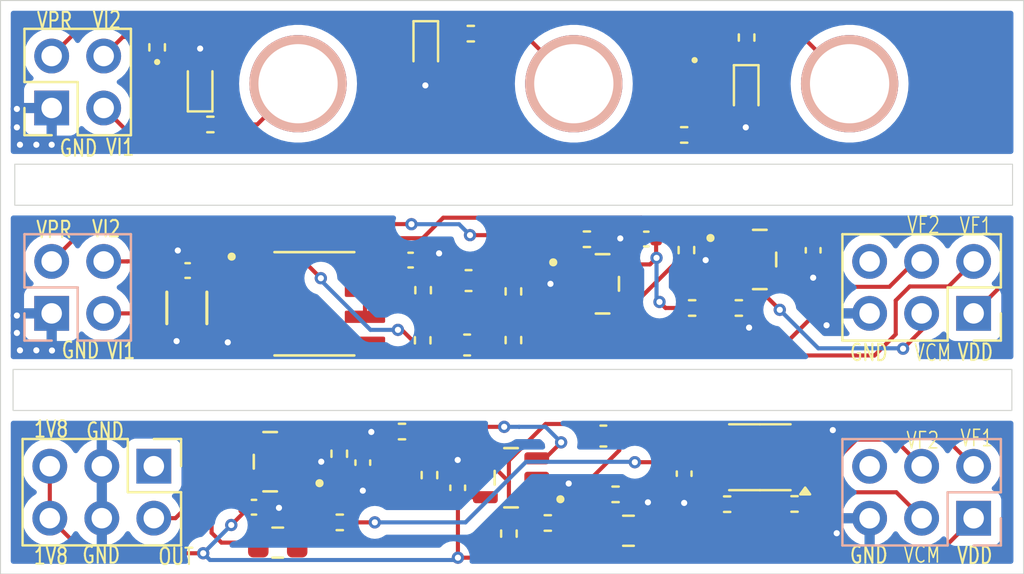
<source format=kicad_pcb>
(kicad_pcb (version 20240108) (generator "pcbnew") (generator_version "8.0")
  (layers (0 "F.Cu" signal) (31 "B.Cu" signal) (34 "B.Paste" user) (35 "F.Paste" user) (36 "B.SilkS" user "B.Silkscreen") (37 "F.SilkS" user "F.Silkscreen") (38 "B.Mask" user) (39 "F.Mask" user) (44 "Edge.Cuts" user))
  (net 0 "")
  (net 1 "GND")
  (net 2 "Net-(U1-IN+)")
  (net 3 "Net-(U3-IN-)")
  (net 4 "Net-(U2-Ref)")
  (net 5 "Net-(C4-Pad1)")
  (net 6 "Net-(D1-K)")
  (net 7 "Net-(D2-K)")
  (net 8 "Net-(L1-Pad2)")
  (net 9 "Net-(L2-Pad1)")
  (net 10 "/Electrode_Board/V_E1")
  (net 11 "/Electrode_Board/V_ER")
  (net 12 "Net-(R6-Pad2)")
  (net 13 "Net-(R13-Pad2)")
  (net 14 "Net-(U5-IN-)")
  (net 15 "Net-(U6-IN-)")
  (net 16 "/Filtering_Board/V_F1")
  (net 17 "/Filtering_Board/V_F2")
  (net 18 "/Processing_Board/V_EMG_OUT")
  (net 19 "Net-(C10-Pad1)")
  (net 20 "/Electrode_Board/V_PR")
  (net 21 "/Electrode_Board/V_I2")
  (net 22 "/Electrode_Board/V_I1")
  (net 23 "/Filtering_Board/V_PR")
  (net 24 "/Filtering_Board/V_I1")
  (net 25 "/Filtering_Board/V_I2")
  (net 26 "/Electrode_Board/V_E2")
  (net 27 "/Processing_Board/LPF_400Hz/V_EMG_INA")
  (net 28 "Net-(R14-Pad2)")
  (net 29 "/Processing_Board/V_CM")
  (net 30 "Net-(U3-IN+)")
  (net 31 "Net-(U6-IN+)")
  (net 33 "+1V8")
  (net 34 "Net-(U8--INA)")
  (net 35 "Net-(U8--INB)")
  (net 36 "/Filtering_Board/V_CM")
  (net 37 "/Processing_Board/V_F1")
  (net 39 "/Processing_Board/V_F2")
  (net 40 "/Filtering_Board/+V_DD")
  (footprint "Connector_PinSocket_2.54mm:PinSocket_2x03_P2.54mm_Vertical" (layer "F.Cu") (at 59.528 27.2946 -90)
    (property "Reference" "J4" (hide yes))
    (property "Value" "Conn_01x06_Socket" (hide yes))
  )
  (footprint "Resistor_SMD:R_0402_1005Metric" (layer "F.Cu") (at 28.54455 34.15515 90)
    (property "Reference" "R23" (hide yes))
    (property "Value" "27k" (hide yes))
  )
  (footprint "Connector_PinHeader_2.54mm:PinHeader_2x03_P2.54mm_Vertical" (layer "F.Cu") (at 19.4874 34.7648 -90)
    (property "Reference" "J7" (hide yes))
    (property "Value" "Conn_01x06_Pin" (hide yes))
  )
  (footprint "Resistor_SMD:R_0402_1005Metric" (layer "F.Cu") (at 47.49 36.62 180)
    (property "Reference" "R14" (hide yes))
    (property "Value" "100" (hide yes))
  )
  (footprint "Capacitor_SMD:C_0603_1608Metric" (layer "F.Cu") (at 34.86 25.69)
    (property "Reference" "C2" (hide yes))
    (property "Value" "470pF" (hide yes))
  )
  (footprint "Capacitor_SMD:C_0402_1005Metric" (layer "F.Cu") (at 21.14 25.2)
    (property "Reference" "C12" (hide yes))
    (property "Value" "0.1uF" (hide yes))
  )
  (footprint "LPV821DBVR:SOT95P280X145-5N" (layer "F.Cu") (at 36.935 35.33 180)
    (property "Reference" "U3" (hide yes))
    (property "Value" "LPV821DBVR" (hide yes))
  )
  (footprint "Resistor_SMD:R_0402_1005Metric" (layer "F.Cu") (at 42.04 36.14)
    (property "Reference" "R10" (hide yes))
    (property "Value" "150k" (hide yes))
  )
  (footprint "TPD2E001DRLR_footprints:DRL5-L" (layer "F.Cu") (at 21.100001 27.025699 -90)
    (property "Reference" "U7" (hide yes))
    (property "Value" "TPD2E001DRLR" (hide yes))
  )
  (footprint "Capacitor_SMD:C_0402_1005Metric" (layer "F.Cu") (at 34.33 35.82 90)
    (property "Reference" "C24" (hide yes))
    (property "Value" "0.1uF" (hide yes))
  )
  (footprint "Capacitor_SMD:C_0402_1005Metric" (layer "F.Cu") (at 43.54 23.66 180)
    (property "Reference" "C21" (hide yes))
    (property "Value" "0.1uF" (hide yes))
  )
  (footprint "Resistor_SMD:R_0402_1005Metric" (layer "F.Cu") (at 31.61 33.07 180)
    (property "Reference" "R34" (hide yes))
    (property "Value" "10k" (hide yes))
  )
  (footprint "Resistor_SMD:R_0402_1005Metric" (layer "F.Cu") (at 37.05 26.22 90)
    (property "Reference" "R9" (hide yes))
    (property "Value" "10M" (hide yes))
  )
  (footprint "Library:Electrode_Shape" (layer "F.Cu") (at 26.5316 16.0672)
    (property "Reference" "E3" (hide yes))
    (property "Value" "E" (hide yes))
  )
  (footprint "Resistor_SMD:R_0402_1005Metric" (layer "F.Cu") (at 45.39 18.57 180)
    (property "Reference" "R3" (hide yes))
    (property "Value" "2.2k" (hide yes))
  )
  (footprint "Resistor_SMD:R_0402_1005Metric" (layer "F.Cu") (at 40.64 23.67 180)
    (property "Reference" "R16" (hide yes))
    (property "Value" "12k" (hide yes))
  )
  (footprint "Capacitor_SMD:C_0402_1005Metric" (layer "F.Cu") (at 51.69 24.21 -90)
    (property "Reference" "C22" (hide yes))
    (property "Value" "0.1uF" (hide yes))
  )
  (footprint "BLM15AX102SN1D_footprints:IND_BLM15_1P05X0P55X0P55_MUR" (layer "F.Cu") (at 45.9 16.6293 -90)
    (property "Reference" "L1" (hide yes))
    (property "Value" "L_Ferrite" (hide yes))
  )
  (footprint "Capacitor_SMD:C_0603_1608Metric" (layer "F.Cu") (at 41.445 33.29 180)
    (property "Reference" "C3" (hide yes))
    (property "Value" "6.8nF" (hide yes))
  )
  (footprint "Resistor_SMD:R_0402_1005Metric" (layer "F.Cu") (at 38.73 37.54 180)
    (property "Reference" "R11" (hide yes))
    (property "Value" "150k" (hide yes))
  )
  (footprint "Diode_SMD:D_SOD-523" (layer "F.Cu") (at 21.75 16.16 90)
    (property "Reference" "D2" (hide yes))
    (property "Value" "D_Zener" (hide yes))
  )
  (footprint "Package_SO:VSSOP-8_3x3mm_P0.65mm" (layer "F.Cu") (at 49.0875 34.325 180)
    (property "Reference" "U2" (hide yes))
    (property "Value" "INA333xxDGK" (hide yes))
  )
  (footprint "LPV821DBVR:SOT95P280X145-5N" (layer "F.Cu") (at 49.085 24.66)
    (property "Reference" "U5" (hide yes))
    (property "Value" "LPV821DBVR" (hide yes))
  )
  (footprint "LPV821DBVR:SOT95P280X145-5N" (layer "F.Cu") (at 41.405 25.85)
    (property "Reference" "U6" (hide yes))
    (property "Value" "LPV821DBVR" (hide yes))
  )
  (footprint "Resistor_SMD:R_0402_1005Metric" (layer "F.Cu") (at 45.5 24.2 -90)
    (property "Reference" "R15" (hide yes))
    (property "Value" "12k" (hide yes))
  )
  (footprint "Capacitor_SMD:C_0805_2012Metric" (layer "F.Cu") (at 25.54 38.5 180)
    (property "Reference" "C10" (hide yes))
    (property "Value" "22nF" (hide yes))
  )
  (footprint "Resistor_SMD:R_0402_1005Metric" (layer "F.Cu") (at 19.65 14.29 90)
    (property "Reference" "R4" (hide yes))
    (property "Value" "2.2k" (hide yes))
  )
  (footprint "Resistor_SMD:R_0402_1005Metric" (layer "F.Cu") (at 37.05 28.6 90)
    (property "Reference" "R8" (hide yes))
    (property "Value" "10M" (hide yes))
  )
  (footprint "Resistor_SMD:R_0402_1005Metric" (layer "F.Cu") (at 45.78 27.03)
    (property "Reference" "R31" (hide yes))
    (property "Value" "10k" (hide yes))
  )
  (footprint "Capacitor_SMD:C_0402_1005Metric" (layer "F.Cu") (at 24.38 36.77)
    (property "Reference" "C23" (hide yes))
    (property "Value" "0.1uF" (hide yes))
  )
  (footprint "Resistor_SMD:R_0402_1005Metric" (layer "F.Cu") (at 32.62 28.61 90)
    (property "Reference" "R6" (hide yes))
    (property "Value" "10M" (hide yes))
  )
  (footprint "Resistor_SMD:R_0402_1005Metric" (layer "F.Cu") (at 48.06 27.03)
    (property "Reference" "R32" (hide yes))
    (property "Value" "10k" (hide yes))
  )
  (footprint "Library:Electrode_Shape" (layer "F.Cu") (at 40.0004 16.0672)
    (property "Reference" "E2" (hide yes))
    (property "Value" "ER" (hide yes))
  )
  (footprint "Capacitor_SMD:C_0402_1005Metric" (layer "F.Cu") (at 32.03 24.69 180)
    (property "Reference" "C20" (hide yes))
    (property "Value" "0.1uF" (hide yes))
  )
  (footprint "Diode_SMD:D_SOD-523" (layer "F.Cu") (at 32.77 14.27 -90)
    (property "Reference" "D3" (hide yes))
    (property "Value" "D_Zener" (hide yes))
  )
  (footprint "TLV8542DR:SOIC127P599X175-8N" (layer "F.Cu") (at 27.33 26.825)
    (property "Reference" "U8" (hide yes))
    (property "Value" "TLV8542DR" (hide yes))
  )
  (footprint "BLM15AX102SN1D_footprints:IND_BLM15_1P05X0P55X0P55_MUR" (layer "F.Cu") (at 19.65 16.7207 -90)
    (property "Reference" "L2" (hide yes))
    (property "Value" "L_Ferrite" (hide yes))
  )
  (footprint "LPV821DBVR:SOT95P280X145-5N" (layer "F.Cu") (at 25.17015 34.54515 180)
    (property "Reference" "U1" (hide yes))
    (property "Value" "LPV821DBVR" (hide yes))
  )
  (footprint "Diode_SMD:D_SOD-523" (layer "F.Cu") (at 48.42 16.42 -90)
    (property "Reference" "D1" (hide yes))
    (property "Value" "D_Zener" (hide yes))
  )
  (footprint "Capacitor_SMD:C_0402_1005Metric" (layer "F.Cu") (at 29.69455 34.59 90)
    (property "Reference" "C9" (hide yes))
    (property "Value" "10nF" (hide yes))
  )
  (footprint "Capacitor_SMD:C_0805_2012Metric" (layer "F.Cu") (at 42.67 37.92)
    (property "Reference" "C4" (hide yes))
    (property "Value" "33nF" (hide yes))
  )
  (footprint "Capacitor_SMD:C_0402_1005Metric" (layer "F.Cu") (at 45.39 35.13 -90)
    (property "Reference" "C25" (hide yes))
    (property "Value" "0.1uF" (hide yes))
  )
  (footprint "Resistor_SMD:R_0402_1005Metric" (layer "F.Cu") (at 34.97 13.62 180)
    (property "Reference" "R5" (hide yes))
    (property "Value" "330R" (hide yes))
  )
  (footprint "Resistor_SMD:R_0402_1005Metric" (layer "F.Cu") (at 50.78 36.61)
    (property "Reference" "R13" (hide yes))
    (property "Value" "100" (hide yes))
  )
  (footprint "Resistor_SMD:R_0402_1005Metric" (layer "F.Cu") (at 32.95 35.2 90)
    (property "Reference" "R33" (hide yes))
    (property "Value" "10k" (hide yes))
  )
  (footprint "Library:Electrode_Shape" (layer "F.Cu") (at 53.4692 16.0672)
    (property "Reference" "E1" (hide yes))
    (property "Value" "E" (hide yes))
  )
  (footprint "Connector_PinSocket_2.54mm:PinSocket_2x02_P2.54mm_Vertical" (layer "F.Cu") (at 14.4988 17.255 180)
    (property "Reference" "J1" (hide yes))
    (property "Value" "Conn_01x04_Socket" (hide yes))
  )
  (footprint "Resistor_SMD:R_0402_1005Metric" (layer "F.Cu") (at 28.57 37.51 180)
    (property "Reference" "R22" (hide yes))
    (property "Value" "27k" (hide yes))
  )
  (footprint "Resistor_SMD:R_0402_1005Metric" (layer "F.Cu") (at 32.64 26.16 90)
    (property "Reference" "R7" (hide yes))
    (property "Value" "10M" (hide yes))
  )
  (footprint "Resistor_SMD:R_0402_1005Metric" (layer "F.Cu") (at 48.44 13.81 -90)
    (property "Reference" "R1" (hide yes))
    (property "Value" "10k" (hide yes))
  )
  (footprint "Resistor_SMD:R_0402_1005Metric" (layer "F.Cu") (at 36.83 38.06 -90)
    (property "Reference" "R12" (hide yes))
    (property "Value" "150k" (hide yes))
  )
  (footprint "Resistor_SMD:R_0402_1005Metric" (layer "F.Cu") (at 22.25 18.06 180)
    (property "Reference" "R2" (hide yes))
    (property "Value" "10k" (hide yes))
  )
  (footprint "Capacitor_SMD:C_0603_1608Metric" (layer "F.Cu") (at 34.79 28.84)
    (property "Reference" "C1" (hide yes))
    (property "Value" "470pF" (hide yes))
  )
  (footprint "Connector_PinHeader_2.54mm:PinHeader_2x03_P2.54mm_Vertical" (layer "B.Cu") (at 59.528 37.3094 90)
    (property "Reference" "J3" (hide yes))
    (property "Value" "Conn_01x06_Pin" (hide yes))
  )
  (footprint "Connector_PinHeader_2.54mm:PinHeader_2x02_P2.54mm_Vertical" (layer "B.Cu") (at 14.4988 27.2946)
    (property "Reference" "J2" (hide yes))
    (property "Value" "Conn_01x04_Pin" (hide yes))
  )
  (gr_rect (start 12 12) (end 61.9714 40.0366) (stroke (width 0.05)) (fill none) (layer "Edge.Cuts"))
  (gr_rect (start 12.6132 30.034) (end 61.3948 32.0406) (stroke (width 0.05)) (fill none) (layer "Edge.Cuts"))
  (gr_rect (start 12.6962 20.001) (end 61.4278 22.0076) (stroke (width 0.05)) (fill none) (layer "Edge.Cuts"))
  (gr_text "VDD" (at 58.66 39.6 0) (layer "F.SilkS") (effects (font (size 0.8 0.6) (thickness 0.1)) (justify left bottom)))
  (gr_text "VI1" (at 17.09 19.65 0) (layer "F.SilkS") (effects (font (size 0.8 0.6) (thickness 0.1)) (justify left bottom)))
  (gr_text "VF2" (at 56.19 33.97 0) (layer "F.SilkS") (effects (font (size 0.8 0.6) (thickness 0.075)) (justify left bottom)))
  (gr_text "VPR" (at 13.69 23.67 0) (layer "F.SilkS") (effects (font (size 0.8 0.6) (thickness 0.1)) (justify left bottom)))
  (gr_text "VI2" (at 16.44 13.42 0) (layer "F.SilkS") (effects (font (size 0.8 0.6) (thickness 0.1)) (justify left bottom)))
  (gr_text "VI2" (at 16.41 23.63 0) (layer "F.SilkS") (effects (font (size 0.8 0.6) (thickness 0.1)) (justify left bottom)))
  (gr_text "VDD" (at 58.69 29.67 0) (layer "F.SilkS") (effects (font (size 0.8 0.6) (thickness 0.1)) (justify left bottom)))
  (gr_text "1V8" (at 13.57 39.63 0) (layer "F.SilkS") (effects (font (size 0.8 0.6) (thickness 0.1)) (justify left bottom)))
  (gr_text "GND" (at 15.94 39.58 0) (layer "F.SilkS") (effects (font (size 0.8 0.6) (thickness 0.1)) (justify left bottom)))
  (gr_text "VCM" (at 56.05 39.55 0) (layer "F.SilkS") (effects (font (size 0.8 0.6) (thickness 0.075)) (justify left bottom)))
  (gr_text "GND" (at 14.83 19.69 0) (layer "F.SilkS") (effects (font (size 0.8 0.6) (thickness 0.1)) (justify left bottom)))
  (gr_text "VI1" (at 17.14 29.58 0) (layer "F.SilkS") (effects (font (size 0.8 0.6) (thickness 0.1)) (justify left bottom)))
  (gr_text "VF2" (at 56.23 23.44 0) (layer "F.SilkS") (effects (font (size 0.8 0.6) (thickness 0.075)) (justify left bottom)))
  (gr_text "GND" (at 14.93 29.56 0) (layer "F.SilkS") (effects (font (size 0.8 0.6) (thickness 0.1)) (justify left bottom)))
  (gr_text "GND" (at 16.13 33.52 0) (layer "F.SilkS") (effects (font (size 0.8 0.6) (thickness 0.1)) (justify left bottom)))
  (gr_text "VF1" (at 58.79 23.49 0) (layer "F.SilkS") (effects (font (size 0.8 0.6) (thickness 0.075)) (justify left bottom)))
  (gr_text "VPR" (at 13.72 13.46 0) (layer "F.SilkS") (effects (font (size 0.8 0.6) (thickness 0.1)) (justify left bottom)))
  (gr_text "OUT" (at 19.65 39.65 0) (layer "F.SilkS") (effects (font (size 0.8 0.6) (thickness 0.1)) (justify left bottom)))
  (gr_text "GND" (at 53.43 29.68 0) (layer "F.SilkS") (effects (font (size 0.8 0.6) (thickness 0.1)) (justify left bottom)))
  (gr_text "GND" (at 53.43 39.58 0) (layer "F.SilkS") (effects (font (size 0.8 0.6) (thickness 0.1)) (justify left bottom)))
  (gr_text "VF1" (at 58.83 33.86 0) (layer "F.SilkS") (effects (font (size 0.8 0.6) (thickness 0.075)) (justify left bottom)))
  (gr_text "1V8" (at 13.58 33.42 0) (layer "F.SilkS") (effects (font (size 0.8 0.6) (thickness 0.1)) (justify left bottom)))
  (gr_text "VCM" (at 56.58 29.69 0) (layer "F.SilkS") (effects (font (size 0.8 0.6) (thickness 0.075)) (justify left bottom)))
  (segment (start 20.6 28.65) (end 20.6 28.15) (width 0.2) (layer "F.Cu") (net 1))
  (segment (start 53.0958 37.3094) (end 54.448 37.3094) (width 0.2) (layer "F.Cu") (net 1))
  (segment (start 52.3448 27.875) (end 52.3448 27.8242) (width 0.2) (layer "F.Cu") (net 1))
  (segment (start 32.75 14.99) (end 32.75 16.15) (width 0.2) (layer "F.Cu") (net 1))
  (segment (start 48.42 18.18) (end 48.4 18.2) (width 0.2) (layer "F.Cu") (net 1))
  (segment (start 16.9474 34.887) (end 17.0038 34.8306) (width 0.2) (layer "F.Cu") (net 1))
  (segment (start 47.83 24.66) (end 46.47 24.66) (width 0.2) (layer "F.Cu") (net 1))
  (segment (start 40.15 25.85) (end 38.86 25.85) (width 0.2) (layer "F.Cu") (net 1))
  (segment (start 33.09 24.69) (end 32.51 24.69) (width 0.2) (layer "F.Cu") (net 1))
  (segment (start 52.84 38.04) (end 52.84 37.5652) (width 0.2) (layer "F.Cu") (net 1))
  (segment (start 33.42 24.36) (end 33.09 24.69) (width 0.2) (layer "F.Cu") (net 1))
  (segment (start 42.27 23.63) (end 42.3 23.66) (width 0.2) (layer "F.Cu") (net 1))
  (segment (start 45.39 36.56) (end 45.39 35.61) (width 0.2) (layer "F.Cu") (net 1))
  (segment (start 48.56 27.24) (end 48.56 27.99) (width 0.2) (layer "F.Cu") (net 1))
  (segment (start 52.8744 27.2946) (end 54.448 27.2946) (width 0.2) (layer "F.Cu") (net 1))
  (segment (start 24.61 36.78) (end 25.58 36.78) (width 0.2) (layer "F.Cu") (net 1))
  (segment (start 26.42515 34.54515) (end 27.66455 34.54515) (width 0.2) (layer "F.Cu") (net 1))
  (segment (start 52.3448 27.8242) (end 52.8744 27.2946) (width 0.2) (layer "F.Cu") (net 1))
  (segment (start 29.69455 35.96) (end 29.69455 35.07) (width 0.2) (layer "F.Cu") (net 1))
  (segment (start 14.5136 27.3094) (end 14.4988 27.2946) (width 0.2) (layer "F.Cu") (net 1))
  (segment (start 31.1 33.07) (end 30.13 33.07) (width 0.2) (layer "F.Cu") (net 1))
  (segment (start 14.4988 19.05) (end 14.4988 17.255) (width 0.2) (layer "F.Cu") (net 1))
  (segment (start 16.9474 37.3048) (end 16.9474 34.7648) (width 0.2) (layer "F.Cu") (net 1))
  (segment (start 32.77 14.97) (end 32.75 14.99) (width 0.2) (layer "F.Cu") (net 1))
  (segment (start 51.2 33.35) (end 52.3 33.35) (width 0.2) (layer "F.Cu") (net 1))
  (segment (start 52.3 33.35) (end 52.65 33) (width 0.2) (layer "F.Cu") (net 1))
  (segment (start 25.58 36.78) (end 25.6 36.8) (width 0.2) (layer "F.Cu") (net 1))
  (segment (start 14.5136 29.109) (end 14.5136 27.3094) (width 0.2) (layer "F.Cu") (net 1))
  (segment (start 21.75 15.46) (end 21.75 14.35) (width 0.2) (layer "F.Cu") (net 1))
  (segment (start 46.47 24.66) (end 46.44 24.69) (width 0.2) (layer "F.Cu") (net 1))
  (segment (start 16.9372 37.315) (end 16.9474 37.3048) (width 0.2) (layer "F.Cu") (net 1))
  (segment (start 20.6 28.15) (end 20.600002 28.149998) (width 0.2) (layer "F.Cu") (net 1))
  (segment (start 34.33 34.46) (end 34.33 35.34) (width 0.2) (layer "F.Cu") (net 1))
  (segment (start 52.84 37.5652) (end 53.0958 37.3094) (width 0.2) (layer "F.Cu") (net 1))
  (segment (start 20.600002 28.149998) (end 20.600002 27.85) (width 0.2) (layer "F.Cu") (net 1))
  (segment (start 39.47 35.33) (end 38.19 35.33) (width 0.2) (layer "F.Cu") (net 1))
  (segment (start 20.66 24.22) (end 20.66 25.2) (width 0.2) (layer "F.Cu") (net 1))
  (segment (start 48.4 17.1) (end 48.42 17.12) (width 0.2) (layer "F.Cu") (net 1))
  (segment (start 42.3 23.66) (end 43.06 23.66) (width 0.2) (layer "F.Cu") (net 1))
  (segment (start 43.62 36.53) (end 43.62 37.92) (width 0.2) (layer "F.Cu") (net 1))
  (segment (start 51.69 25.55) (end 51.69 24.69) (width 0.2) (layer "F.Cu") (net 1))
  (segment (start 30.13 33.07) (end 30.11 33.09) (width 0.2) (layer "F.Cu") (net 1))
  (segment (start 24.84 28.71) (end 24.86 28.73) (width 0.2) (layer "F.Cu") (net 1))
  (segment (start 23.1 28.71) (end 24.84 28.71) (width 0.2) (layer "F.Cu") (net 1))
  (segment (start 39.750735 35.610735) (end 39.47 35.33) (width 0.2) (layer "F.Cu") (net 1))
  (segment (start 48.42 17.12) (end 48.42 18.18) (width 0.2) (layer "F.Cu") (net 1))
  (via (at 32.75 16.15) (size 0.6) (drill 0.3) (layers "F.Cu" "B.Cu") (net 1))
  (via (at 21.75 14.35) (size 0.6) (drill 0.3) (layers "F.Cu" "B.Cu") (net 1))
  (via (at 33.42 24.36) (size 0.6) (drill 0.3) (layers "F.Cu" "B.Cu") (net 1))
  (via (at 27.66455 34.54515) (size 0.6) (drill 0.3) (layers "F.Cu" "B.Cu") (net 1))
  (via (at 12.8 28.25) (size 0.6) (drill 0.3) (layers "F.Cu" "B.Cu") (net 1))
  (via (at 14.4988 19.05) (size 0.6) (drill 0.3) (layers "F.Cu" "B.Cu") (net 1))
  (via (at 46.44 24.69) (size 0.6) (drill 0.3) (layers "F.Cu" "B.Cu") (net 1))
  (via (at 12.8 17.3) (size 0.6) (drill 0.3) (layers "F.Cu" "B.Cu") (net 1))
  (via (at 12.8 27.4) (size 0.6) (drill 0.3) (layers "F.Cu" "B.Cu") (net 1))
  (via (at 38.86 25.85) (size 0.6) (drill 0.3) (layers "F.Cu" "B.Cu") (net 1))
  (via (at 52.65 33) (size 0.6) (drill 0.3) (layers "F.Cu" "B.Cu") (net 1))
  (via (at 12.95 29.1) (size 0.6) (drill 0.3) (layers "F.Cu" "B.Cu") (net 1))
  (via (at 52.3448 27.875) (size 0.6) (drill 0.3) (layers "F.Cu" "B.Cu") (net 1))
  (via (at 45.39 36.56) (size 0.6) (drill 0.3) (layers "F.Cu" "B.Cu") (net 1))
  (via (at 51.69 25.55) (size 0.6) (drill 0.3) (layers "F.Cu" "B.Cu") (net 1))
  (via (at 42.27 23.63) (size 0.6) (drill 0.3) (layers "F.Cu" "B.Cu") (net 1))
  (via (at 48.4 18.2) (size 0.6) (drill 0.3) (layers "F.Cu" "B.Cu") (net 1))
  (via (at 25.6 36.8) (size 0.6) (drill 0.3) (layers "F.Cu" "B.Cu") (net 1))
  (via (at 43.62 36.53) (size 0.6) (drill 0.3) (layers "F.Cu" "B.Cu") (net 1))
  (via (at 20.6 28.65) (size 0.6) (drill 0.3) (layers "F.Cu" "B.Cu") (net 1))
  (via (at 52.84 38.04) (size 0.6) (drill 0.3) (layers "F.Cu" "B.Cu") (net 1))
  (via (at 30.11 33.09) (size 0.6) (drill 0.3) (layers "F.Cu" "B.Cu") (net 1))
  (via (at 13.75 19.05) (size 0.6) (drill 0.3) (layers "F.Cu" "B.Cu") (net 1))
  (via (at 48.56 27.99) (size 0.6) (drill 0.3) (layers "F.Cu" "B.Cu") (net 1))
  (via (at 13.75 29.1) (size 0.6) (drill 0.3) (layers "F.Cu" "B.Cu") (net 1))
  (via (at 14.5136 29.109) (size 0.6) (drill 0.3) (layers "F.Cu" "B.Cu") (net 1))
  (via (at 39.750735 35.610735) (size 0.6) (drill 0.3) (layers "F.Cu" "B.Cu") (net 1))
  (via (at 12.8 18.2) (size 0.6) (drill 0.3) (layers "F.Cu" "B.Cu") (net 1))
  (via (at 20.66 24.22) (size 0.6) (drill 0.3) (layers "F.Cu" "B.Cu") (net 1))
  (via (at 34.33 34.46) (size 0.6) (drill 0.3) (layers "F.Cu" "B.Cu") (net 1))
  (via (at 12.95 19.05) (size 0.6) (drill 0.3) (layers "F.Cu" "B.Cu") (net 1))
  (via (at 29.69455 35.96) (size 0.6) (drill 0.3) (layers "F.Cu" "B.Cu") (net 1))
  (via (at 23.1 28.71) (size 0.6) (drill 0.3) (layers "F.Cu" "B.Cu") (net 1))
  (segment (start 29.69455 34.11) (end 29.2497 33.66515) (width 0.2) (layer "F.Cu") (net 2))
  (segment (start 29.2497 33.66515) (end 28.56455 33.66515) (width 0.2) (layer "F.Cu") (net 2))
  (segment (start 28.49455 33.59515) (end 26.42515 33.59515) (width 0.2) (layer "F.Cu") (net 2))
  (segment (start 28.54455 33.64515) (end 28.49455 33.59515) (width 0.2) (layer "F.Cu") (net 2))
  (segment (start 38.62 32.7) (end 40.08 32.7) (width 0.2) (layer "F.Cu") (net 3))
  (segment (start 36.83 35.53) (end 35.68 34.38) (width 0.2) (layer "F.Cu") (net 3))
  (segment (start 40.08 32.7) (end 40.67 33.29) (width 0.2) (layer "F.Cu") (net 3))
  (segment (start 36.83 34.49) (end 38.62 32.7) (width 0.2) (layer "F.Cu") (net 3))
  (segment (start 36.83 35.53) (end 36.83 34.49) (width 0.2) (layer "F.Cu") (net 3))
  (segment (start 36.83 37.55) (end 36.83 35.53) (width 0.2) (layer "F.Cu") (net 3))
  (segment (start 38.22 36.31) (end 38.22 37.54) (width 0.2) (layer "F.Cu") (net 4))
  (segment (start 42.22 33.29) (end 42.22 33.99) (width 0.2) (layer "F.Cu") (net 4))
  (segment (start 47.275 33.29) (end 47.335 33.35) (width 0.2) (layer "F.Cu") (net 4))
  (segment (start 42.22 33.99) (end 39.93 36.28) (width 0.2) (layer "F.Cu") (net 4))
  (segment (start 42.22 33.29) (end 46.915 33.29) (width 0.2) (layer "F.Cu") (net 4))
  (segment (start 39.93 36.28) (end 38.19 36.28) (width 0.2) (layer "F.Cu") (net 4))
  (segment (start 46.915 33.29) (end 46.975 33.35) (width 0.2) (layer "F.Cu") (net 4))
  (segment (start 38.19 36.28) (end 38.22 36.31) (width 0.2) (layer "F.Cu") (net 4))
  (segment (start 39.83 38.57) (end 40.32 38.08) (width 0.2) (layer "F.Cu") (net 5))
  (segment (start 36.83 38.57) (end 39.83 38.57) (width 0.2) (layer "F.Cu") (net 5))
  (segment (start 40.32 37.04) (end 41.22 36.14) (width 0.2) (layer "F.Cu") (net 5))
  (segment (start 41.34 37.54) (end 41.72 37.92) (width 0.2) (layer "F.Cu") (net 5))
  (segment (start 39.24 37.54) (end 41.34 37.54) (width 0.2) (layer "F.Cu") (net 5))
  (segment (start 41.22 36.14) (end 41.53 36.14) (width 0.2) (layer "F.Cu") (net 5))
  (segment (start 40.32 38.08) (end 40.32 37.04) (width 0.2) (layer "F.Cu") (net 5))
  (segment (start 48.42 15.72) (end 48.42 14.34) (width 0.2) (layer "F.Cu") (net 6))
  (segment (start 48.42 15.72) (end 47.28 15.72) (width 0.2) (layer "F.Cu") (net 6))
  (segment (start 46.8914 16.1086) (end 45.9 16.1086) (width 0.2) (layer "F.Cu") (net 6))
  (segment (start 47.28 15.72) (end 46.8914 16.1086) (width 0.2) (layer "F.Cu") (net 6))
  (segment (start 48.42 14.34) (end 48.44 14.32) (width 0.2) (layer "F.Cu") (net 6))
  (segment (start 21.74 18.05) (end 21.75 18.04) (width 0.2) (layer "F.Cu") (net 7))
  (segment (start 21.75 18.04) (end 21.75 16.86) (width 0.2) (layer "F.Cu") (net 7))
  (segment (start 20.94 16.86) (end 20.55 17.25) (width 0.2) (layer "F.Cu") (net 7))
  (segment (start 21.75 16.86) (end 20.94 16.86) (width 0.2) (layer "F.Cu") (net 7))
  (segment (start 19.6586 17.25) (end 19.65 17.2414) (width 0.2) (layer "F.Cu") (net 7))
  (segment (start 20.55 17.25) (end 19.6586 17.25) (width 0.2) (layer "F.Cu") (net 7))
  (segment (start 45.9 18.53) (end 45.92 18.55) (width 0.2) (layer "F.Cu") (net 8))
  (segment (start 45.9 17.15) (end 45.9 18.53) (width 0.2) (layer "F.Cu") (net 8))
  (segment (start 19.65 16.2) (end 19.65 14.8) (width 0.2) (layer "F.Cu") (net 9))
  (segment (start 53.4692 16.0672) (end 50.702 13.3) (width 0.2) (layer "F.Cu") (net 10))
  (segment (start 50.702 13.3) (end 48.48 13.3) (width 0.2) (layer "F.Cu") (net 10))
  (segment (start 48.48 13.3) (end 48.45 13.33) (width 0.2) (layer "F.Cu") (net 10))
  (segment (start 37.5532 13.62) (end 35.43 13.62) (width 0.2) (layer "F.Cu") (net 11))
  (segment (start 35.43 13.62) (end 35.41 13.6) (width 0.2) (layer "F.Cu") (net 11))
  (segment (start 40.0004 16.0672) (end 37.5532 13.62) (width 0.2) (layer "F.Cu") (net 11))
  (segment (start 40.2512 16.318) (end 40.0004 16.0672) (width 0.2) (layer "F.Cu") (net 11))
  (segment (start 37.05 28.09) (end 37.05 26.73) (width 0.2) (layer "F.Cu") (net 12))
  (segment (start 32.63 27.98) (end 32.63 26.68) (width 0.2) (layer "F.Cu") (net 12))
  (segment (start 32.63 27.37) (end 37.04 27.37) (width 0.2) (layer "F.Cu") (net 12))
  (segment (start 32.63 26.68) (end 32.64 26.67) (width 0.2) (layer "F.Cu") (net 12))
  (segment (start 51.29 35.39) (end 51.29 36.61) (width 0.2) (layer "F.Cu") (net 13))
  (segment (start 51.2 35.3) (end 51.29 35.39) (width 0.2) (layer "F.Cu") (net 13))
  (segment (start 51.56 35.3) (end 51.65 35.39) (width 0.2) (layer "F.Cu") (net 13))
  (segment (start 48.44 23.71) (end 50.34 25.61) (width 0.2) (layer "F.Cu") (net 14))
  (segment (start 47.83 23.71) (end 48.44 23.71) (width 0.2) (layer "F.Cu") (net 14))
  (segment (start 45.52 23.71) (end 47.83 23.71) (width 0.2) (layer "F.Cu") (net 14))
  (segment (start 45.5 23.69) (end 45.52 23.71) (width 0.2) (layer "F.Cu") (net 14))
  (segment (start 41.43 23.95) (end 41.15 23.67) (width 0.2) (layer "F.Cu") (net 15))
  (segment (start 42.99 26.8) (end 45.08 24.71) (width 0.2) (layer "F.Cu") (net 15))
  (segment (start 41.43 26.3) (end 41.43 23.95) (width 0.2) (layer "F.Cu") (net 15))
  (segment (start 45.5 24.71) (end 45.4 24.71) (width 0.2) (layer "F.Cu") (net 15))
  (segment (start 41.93 26.8) (end 41.43 26.3) (width 0.2) (layer "F.Cu") (net 15))
  (segment (start 42.66 26.8) (end 42.99 26.8) (width 0.2) (layer "F.Cu") (net 15))
  (segment (start 42.66 26.8) (end 41.93 26.8) (width 0.2) (layer "F.Cu") (net 15))
  (segment (start 45.08 24.71) (end 45.5 24.71) (width 0.2) (layer "F.Cu") (net 15))
  (segment (start 54.6892 29.3508) (end 55.723 28.317) (width 0.2) (layer "F.Cu") (net 16))
  (segment (start 37.2908 29.3508) (end 54.6892 29.3508) (width 0.2) (layer "F.Cu") (net 16))
  (segment (start 55.723 28.317) (end 55.723 26.6627) (width 0.2) (layer "F.Cu") (net 16))
  (segment (start 36.73 28.79) (end 37.05 29.11) (width 0.2) (layer "F.Cu") (net 16))
  (segment (start 55.723 26.6627) (end 56.4069 25.9788) (width 0.2) (layer "F.Cu") (net 16))
  (segment (start 35.47 28.79) (end 36.73 28.79) (width 0.2) (layer "F.Cu") (net 16))
  (segment (start 58.3038 25.9788) (end 59.528 24.7546) (width 0.2) (layer "F.Cu") (net 16))
  (segment (start 56.4069 25.9788) (end 58.3038 25.9788) (width 0.2) (layer "F.Cu") (net 16))
  (segment (start 37.05 29.11) (end 37.2908 29.3508) (width 0.2) (layer "F.Cu") (net 16))
  (segment (start 37.03 25.69) (end 37.05 25.71) (width 0.2) (layer "F.Cu") (net 17))
  (segment (start 37.05 25.71) (end 38 26.66) (width 0.2) (layer "F.Cu") (net 17))
  (segment (start 50.37 28.74) (end 53.1146 25.9954) (width 0.2) (layer "F.Cu") (net 17))
  (segment (start 35.57 25.6) (end 35.67 25.5) (width 0.2) (layer "F.Cu") (net 17))
  (segment (start 38 26.66) (end 38 27.57) (width 0.2) (layer "F.Cu") (net 17))
  (segment (start 55.4146 25.9954) (end 56.6554 24.7546) (width 0.2) (layer "F.Cu") (net 17))
  (segment (start 38 27.57) (end 39.17 28.74) (width 0.2) (layer "F.Cu") (net 17))
  (segment (start 39.17 28.74) (end 50.37 28.74) (width 0.2) (layer "F.Cu") (net 17))
  (segment (start 53.1146 25.9954) (end 55.4146 25.9954) (width 0.2) (layer "F.Cu") (net 17))
  (segment (start 56.6554 24.7546) (end 56.988 24.7546) (width 0.2) (layer "F.Cu") (net 17))
  (segment (start 35.635 25.69) (end 37.03 25.69) (width 0.2) (layer "F.Cu") (net 17))
  (segment (start 25.81515 35.49515) (end 23.91515 33.59515) (width 0.2) (layer "F.Cu") (net 18))
  (segment (start 22.31 35.54) (end 22.31 38.02) (width 0.2) (layer "F.Cu") (net 18))
  (segment (start 19.4874 37.3198) (end 19.5024 37.3048) (width 0.2) (layer "F.Cu") (net 18))
  (segment (start 26.42515 35.49515) (end 25.81515 35.49515) (width 0.2) (layer "F.Cu") (net 18))
  (segment (start 23.26 34.59) (end 21.615 36.235) (width 0.2) (layer "F.Cu") (net 18))
  (segment (start 21.615 36.235) (end 20.5452 37.3048) (width 0.2) (layer "F.Cu") (net 18))
  (segment (start 22.31 38.02) (end 22.79 38.5) (width 0.2) (layer "F.Cu") (net 18))
  (segment (start 22.32 35.53) (end 22.31 35.54) (width 0.2) (layer "F.Cu") (net 18))
  (segment (start 24.9 34.58) (end 24.89 34.59) (width 0.2) (layer "F.Cu") (net 18))
  (segment (start 22.79 38.5) (end 24.59 38.5) (width 0.2) (layer "F.Cu") (net 18))
  (segment (start 20.5452 37.3048) (end 19.4874 37.3048) (width 0.2) (layer "F.Cu") (net 18))
  (segment (start 24.89 34.59) (end 23.26 34.59) (width 0.2) (layer "F.Cu") (net 18))
  (segment (start 28.54455 35.72545) (end 28.54455 34.66515) (width 0.2) (layer "F.Cu") (net 19))
  (segment (start 28.06 37.51) (end 28.06 36.21) (width 0.2) (layer "F.Cu") (net 19))
  (segment (start 26.49 38.5) (end 27.07 38.5) (width 0.2) (layer "F.Cu") (net 19))
  (segment (start 27.07 38.5) (end 28.06 37.51) (width 0.2) (layer "F.Cu") (net 19))
  (segment (start 28.06 36.21) (end 28.54455 35.72545) (width 0.2) (layer "F.Cu") (net 19))
  (segment (start 31.95 12.85) (end 16.3638 12.85) (width 0.2) (layer "F.Cu") (net 20))
  (segment (start 16.3638 12.85) (end 14.4988 14.715) (width 0.2) (layer "F.Cu") (net 20))
  (segment (start 32.67 13.57) (end 31.95 12.85) (width 0.2) (layer "F.Cu") (net 20))
  (segment (start 34.41 13.57) (end 32.67 13.57) (width 0.2) (layer "F.Cu") (net 20))
  (segment (start 34.46 13.62) (end 34.41 13.57) (width 0.2) (layer "F.Cu") (net 20))
  (segment (start 19.65 13.78) (end 17.9738 13.78) (width 0.2) (layer "F.Cu") (net 21))
  (segment (start 17.0388 14.715) (end 17.0388 14.794) (width 0.2) (layer "F.Cu") (net 21))
  (segment (start 17.9738 13.78) (end 17.0388 14.715) (width 0.2) (layer "F.Cu") (net 21))
  (segment (start 44.88 18.57) (end 44.1602 19.2898) (width 0.2) (layer "F.Cu") (net 22))
  (segment (start 44.1602 19.2898) (end 19.0848 19.2898) (width 0.2) (layer "F.Cu") (net 22))
  (segment (start 19.0848 19.2898) (end 17.05 17.255) (width 0.2) (layer "F.Cu") (net 22))
  (segment (start 39.93 23.47) (end 40.15 23.69) (width 0.2) (layer "F.Cu") (net 23))
  (segment (start 16.3234 22.93) (end 14.4988 24.7546) (width 0.2) (layer "F.Cu") (net 23))
  (segment (start 34.93 23.47) (end 39.93 23.47) (width 0.2) (layer "F.Cu") (net 23))
  (segment (start 32.07 22.935) (end 32.065 22.93) (width 0.2) (layer "F.Cu") (net 23))
  (segment (start 40.15 23.69) (end 40.15 24.9) (width 0.2) (layer "F.Cu") (net 23))
  (segment (start 32.065 22.93) (end 16.3234 22.93) (width 0.2) (layer "F.Cu") (net 23))
  (via (at 32.07 22.935) (size 0.6) (drill 0.3) (layers "F.Cu" "B.Cu") (net 23))
  (via (at 34.93 23.47) (size 0.6) (drill 0.3) (layers "F.Cu" "B.Cu") (net 23))
  (segment (start 34.395 22.935) (end 32.07 22.935) (width 0.2) (layer "B.Cu") (net 23))
  (segment (start 34.93 23.47) (end 34.395 22.935) (width 0.2) (layer "B.Cu") (net 23))
  (segment (start 20.740003 26.72) (end 23.135001 26.72) (width 0.2) (layer "F.Cu") (net 24))
  (segment (start 17.0388 24.7546) (end 18.1946 24.7546) (width 0.2) (layer "F.Cu") (net 24))
  (segment (start 18.1946 24.7546) (end 18.1992 24.75) (width 0.2) (layer "F.Cu") (net 24))
  (segment (start 20.600002 26.579999) (end 20.740003 26.72) (width 0.2) (layer "F.Cu") (net 24))
  (segment (start 18.1992 24.75) (end 19.16 24.75) (width 0.2) (layer "F.Cu") (net 24))
  (segment (start 20.600002 26.190002) (end 20.600002 26.201398) (width 0.2) (layer "F.Cu") (net 24))
  (segment (start 20.600002 26.201398) (end 20.600002 26.579999) (width 0.2) (layer "F.Cu") (net 24))
  (segment (start 23.135001 26.72) (end 23.875001 27.46) (width 0.2) (layer "F.Cu") (net 24))
  (segment (start 19.16 24.75) (end 20.600002 26.190002) (width 0.2) (layer "F.Cu") (net 24))
  (segment (start 23.875001 27.46) (end 24.86 27.46) (width 0.2) (layer "F.Cu") (net 24))
  (segment (start 17.0388 27.2946) (end 21.0446 27.2946) (width 0.2) (layer "F.Cu") (net 25))
  (segment (start 26.88 28.1) (end 27.51 28.73) (width 0.2) (layer "F.Cu") (net 25))
  (segment (start 27.51 28.73) (end 29.8 28.73) (width 0.2) (layer "F.Cu") (net 25))
  (segment (start 21.6 27.85) (end 21.85 28.1) (width 0.2) (layer "F.Cu") (net 25))
  (segment (start 21.85 28.1) (end 26.88 28.1) (width 0.2) (layer "F.Cu") (net 25))
  (segment (start 21.0446 27.2946) (end 21.6 27.85) (width 0.2) (layer "F.Cu") (net 25))
  (segment (start 25.4692 16.0672) (end 25.5856 15.9508) (width 0.2) (layer "F.Cu") (net 26))
  (segment (start 24.5388 18.06) (end 22.76 18.06) (width 0.2) (layer "F.Cu") (net 26))
  (segment (start 26.5316 16.0672) (end 24.5388 18.06) (width 0.2) (layer "F.Cu") (net 26))
  (segment (start 42.54 36.14) (end 42.55 36.14) (width 0.2) (layer "F.Cu") (net 27))
  (segment (start 30.28 37.51) (end 29.08 37.51) (width 0.2) (layer "F.Cu") (net 27))
  (segment (start 42.55 36.14) (end 42.9 36.14) (width 0.2) (layer "F.Cu") (net 27))
  (segment (start 42.98 34.57) (end 44.42 34.57) (width 0.2) (layer "F.Cu") (net 27))
  (segment (start 42.9 36.14) (end 45.04 34) (width 0.2) (layer "F.Cu") (net 27))
  (segment (start 45.04 34) (end 46.975 34) (width 0.2) (layer "F.Cu") (net 27))
  (segment (start 44.42 34.57) (end 44.445 34.595) (width 0.2) (layer "F.Cu") (net 27))
  (via (at 42.98 34.57) (size 0.6) (drill 0.3) (layers "F.Cu" "B.Cu") (net 27))
  (via (at 30.28 37.51) (size 0.6) (drill 0.3) (layers "F.Cu" "B.Cu") (net 27))
  (segment (start 37.67 34.55) (end 34.71 37.51) (width 0.2) (layer "B.Cu") (net 27))
  (segment (start 34.71 37.51) (end 30.28 37.51) (width 0.2) (layer "B.Cu") (net 27))
  (segment (start 42.96 34.55) (end 37.67 34.55) (width 0.2) (layer "B.Cu") (net 27))
  (segment (start 42.98 34.57) (end 42.96 34.55) (width 0.2) (layer "B.Cu") (net 27))
  (segment (start 46.975 35.3) (end 46.975 36.615) (width 0.2) (layer "F.Cu") (net 28))
  (segment (start 57.0088 37.2944) (end 55.7544 36.04) (width 0.2) (layer "F.Cu") (net 29))
  (segment (start 49.09 37.13) (end 49.09 36.62) (width 0.2) (layer "F.Cu") (net 29))
  (segment (start 55.7544 36.04) (end 53.47 36.04) (width 0.2) (layer "F.Cu") (net 29))
  (segment (start 48 36.62) (end 50.26 36.62) (width 0.2) (layer "F.Cu") (net 29))
  (segment (start 49.68 37.72) (end 49.09 37.13) (width 0.2) (layer "F.Cu") (net 29))
  (segment (start 53.47 36.04) (end 51.79 37.72) (width 0.2) (layer "F.Cu") (net 29))
  (segment (start 51.79 37.72) (end 49.68 37.72) (width 0.2) (layer "F.Cu") (net 29))
  (segment (start 38.6 34.38) (end 38.19 34.38) (width 0.2) (layer "F.Cu") (net 30))
  (segment (start 39.38 33.6) (end 38.6 34.38) (width 0.2) (layer "F.Cu") (net 30))
  (segment (start 32.95 33.77) (end 32.95 33.76) (width 0.2) (layer "F.Cu") (net 30))
  (segment (start 33.8694 32.8406) (end 36.6 32.8406) (width 0.2) (layer "F.Cu") (net 30))
  (segment (start 32.25 33.07) (end 32.12 33.07) (width 0.2) (layer "F.Cu") (net 30))
  (segment (start 32.95 34.69) (end 32.82 34.69) (width 0.2) (layer "F.Cu") (net 30))
  (segment (start 36.6 32.8406) (end 36.5994 32.84) (width 0.2) (layer "F.Cu") (net 30))
  (segment (start 32.95 34.69) (end 32.95 33.77) (width 0.2) (layer "F.Cu") (net 30))
  (segment (start 32.95 33.77) (end 32.25 33.07) (width 0.2) (layer "F.Cu") (net 30))
  (segment (start 32.95 33.76) (end 33.8694 32.8406) (width 0.2) (layer "F.Cu") (net 30))
  (via (at 39.38 33.6) (size 0.6) (drill 0.3) (layers "F.Cu" "B.Cu") (net 30))
  (via (at 36.6 32.8406) (size 0.6) (drill 0.3) (layers "F.Cu" "B.Cu") (net 30))
  (segment (start 37.3294 32.8406) (end 36.6 32.8406) (width 0.2) (layer "B.Cu") (net 30))
  (segment (start 38.62 32.84) (end 37.33 32.84) (width 0.2) (layer "B.Cu") (net 30))
  (segment (start 39.38 33.6) (end 38.62 32.84) (width 0.2) (layer "B.Cu") (net 30))
  (segment (start 37.33 32.84) (end 37.3294 32.8406) (width 0.2) (layer "B.Cu") (net 30))
  (segment (start 41.53 28.18) (end 40.15 26.8) (width 0.2) (layer "F.Cu") (net 31))
  (segment (start 46.29 27.03) (end 47.55 27.03) (width 0.2) (layer "F.Cu") (net 31))
  (segment (start 46.91 27.03) (end 46.91 27.97) (width 0.2) (layer "F.Cu") (net 31))
  (segment (start 46.91 27.97) (end 46.7 28.18) (width 0.2) (layer "F.Cu") (net 31))
  (segment (start 46.7 28.18) (end 41.53 28.18) (width 0.2) (layer "F.Cu") (net 31))
  (segment (start 34.34 39.2366) (end 44.92 39.2366) (width 0.2) (layer "F.Cu") (net 33))
  (segment (start 44.71 35.33) (end 45.39 34.65) (width 0.2) (layer "F.Cu") (net 33))
  (segment (start 16.1226 39.02) (end 21.9 39.02) (width 0.2) (layer "F.Cu") (net 33))
  (segment (start 23.91515 36.75485) (end 23.91515 35.49515) (width 0.2) (layer "F.Cu") (net 33))
  (segment (start 34.34 39.2366) (end 34.34 36.29) (width 0.2) (layer "F.Cu") (net 33))
  (segment (start 34.35 36.28) (end 35.68 36.28) (width 0.2) (layer "F.Cu") (net 33))
  (segment (start 45.39 34.65) (end 46.975 34.65) (width 0.2) (layer "F.Cu") (net 33))
  (segment (start 44.71 39.2366) (end 44.71 35.33) (width 0.2) (layer "F.Cu") (net 33))
  (segment (start 14.4074 37.3048) (end 14.4074 34.7648) (width 0.2) (layer "F.Cu") (net 33))
  (segment (start 57.6008 39.2366) (end 59.528 37.3094) (width 0.2) (layer "F.Cu") (net 33))
  (segment (start 33.54 36.3) (end 32.95 35.71) (width 0.2) (layer "F.Cu") (net 33))
  (segment (start 23.9 37.01) (end 23.9 36.77) (width 0.2) (layer "F.Cu") (net 33))
  (segment (start 14.4074 37.3048) (end 16.1226 39.02) (width 0.2) (layer "F.Cu") (net 33))
  (segment (start 34.33 36.3) (end 33.54 36.3) (width 0.2) (layer "F.Cu") (net 33))
  (segment (start 23.73 36.94) (end 23.91515 36.75485) (width 0.2) (layer "F.Cu") (net 33))
  (segment (start 23.27 37.64) (end 23.9 37.01) (width 0.2) (layer "F.Cu") (net 33))
  (segment (start 44.92 39.2366) (end 57.6008 39.2366) (width 0.2) (layer "F.Cu") (net 33))
  (via (at 34.34 39.2366) (size 0.6) (drill 0.3) (layers "F.Cu" "B.Cu") (net 33))
  (via (at 23.27 37.64) (size 0.6) (drill 0.3) (layers "F.Cu" "B.Cu") (net 33))
  (via (at 21.9 39.02) (size 0.6) (drill 0.3) (layers "F.Cu" "B.Cu") (net 33))
  (segment (start 23.27 37.64) (end 22.55 38.36) (width 0.2) (layer "B.Cu") (net 33))
  (segment (start 22.23 39.35) (end 21.9 39.02) (width 0.2) (layer "B.Cu") (net 33))
  (segment (start 34.34 39.2366) (end 34.2266 39.35) (width 0.2) (layer "B.Cu") (net 33))
  (segment (start 34.2266 39.35) (end 22.23 39.35) (width 0.2) (layer "B.Cu") (net 33))
  (segment (start 22.55 38.36) (end 22.55 38.37) (width 0.2) (layer "B.Cu") (net 33))
  (segment (start 22.55 38.37) (end 21.9 39.02) (width 0.2) (layer "B.Cu") (net 33))
  (segment (start 24.86 24.92) (end 24.86 26.19) (width 0.2) (layer "F.Cu") (net 34))
  (segment (start 27.645 25.575) (end 26.99 24.92) (width 0.2) (layer "F.Cu") (net 34))
  (segment (start 26.99 24.92) (end 24.86 24.92) (width 0.2) (layer "F.Cu") (net 34))
  (segment (start 31.6 28.1) (end 32.62 29.12) (width 0.2) (layer "F.Cu") (net 34))
  (segment (start 32.62 29.12) (end 33.25 29.12) (width 0.2) (layer "F.Cu") (net 34))
  (segment (start 33.53 28.84) (end 34.015 28.84) (width 0.2) (layer "F.Cu") (net 34))
  (segment (start 31.41 28.1) (end 31.6 28.1) (width 0.2) (layer "F.Cu") (net 34))
  (segment (start 33.25 29.12) (end 33.53 28.84) (width 0.2) (layer "F.Cu") (net 34))
  (via (at 27.645 25.575) (size 0.6) (drill 0.3) (layers "F.Cu" "B.Cu") (net 34))
  (via (at 31.41 28.1) (size 0.6) (drill 0.3) (layers "F.Cu" "B.Cu") (net 34))
  (segment (start 31.41 28.1) (end 30.07 28.1) (width 0.2) (layer "B.Cu") (net 34))
  (segment (start 30.07 28.1) (end 27.645 25.675) (width 0.2) (layer "B.Cu") (net 34))
  (segment (start 27.645 25.675) (end 27.645 25.575) (width 0.2) (layer "B.Cu") (net 34))
  (segment (start 32.64 25.65) (end 32.68 25.69) (width 0.2) (layer "F.Cu") (net 35))
  (segment (start 32.68 25.69) (end 34.085 25.69) (width 0.2) (layer "F.Cu") (net 35))
  (segment (start 34.29 25.67) (end 34.27 25.65) (width 0.2) (layer "F.Cu") (net 35))
  (segment (start 29.8 26.19) (end 29.8 27.389314) (width 0.2) (layer "F.Cu") (net 35))
  (segment (start 32.55 25.65) (end 32.01 26.19) (width 0.2) (layer "F.Cu") (net 35))
  (segment (start 32.01 26.19) (end 29.8 26.19) (width 0.2) (layer "F.Cu") (net 35))
  (segment (start 29.8 27.389314) (end 29.835343 27.424657) (width 0.2) (layer "F.Cu") (net 35))
  (segment (start 32.64 25.65) (end 32.55 25.65) (width 0.2) (layer "F.Cu") (net 35))
  (segment (start 48.55 25.61) (end 47.83 25.61) (width 0.2) (layer "F.Cu") (net 36))
  (segment (start 50.06 27.12) (end 48.55 25.61) (width 0.2) (layer "F.Cu") (net 36))
  (segment (start 56.08 29.02) (end 56.988 28.112) (width 0.2) (layer "F.Cu") (net 36))
  (segment (start 56.988 28.112) (end 56.988 27.2494) (width 0.2) (layer "F.Cu") (net 36))
  (via (at 56.08 29.02) (size 0.6) (drill 0.3) (layers "F.Cu" "B.Cu") (net 36))
  (via (at 50.06 27.12) (size 0.6) (drill 0.3) (layers "F.Cu" "B.Cu") (net 36))
  (segment (start 51.942 29.002) (end 56.062 29.002) (width 0.2) (layer "B.Cu") (net 36))
  (segment (start 50.06 27.12) (end 51.942 29.002) (width 0.2) (layer "B.Cu") (net 36))
  (segment (start 56.062 29.002) (end 56.08 29.02) (width 0.2) (layer "B.Cu") (net 36))
  (segment (start 59.5488 34.7694) (end 59.528 34.7694) (width 0.2) (layer "F.Cu") (net 37))
  (segment (start 53.5958 32.9042) (end 57.6628 32.9042) (width 0.2) (layer "F.Cu") (net 37))
  (segment (start 57.6628 32.9042) (end 59.528 34.7694) (width 0.2) (layer "F.Cu") (net 37))
  (segment (start 52.5 34) (end 53.5958 32.9042) (width 0.2) (layer "F.Cu") (net 37))
  (segment (start 51.2 34) (end 52.5 34) (width 0.2) (layer "F.Cu") (net 37))
  (segment (start 52.62 34.65) (end 51.2 34.65) (width 0.2) (layer "F.Cu") (net 39))
  (segment (start 55.6816 33.463) (end 53.807 33.463) (width 0.2) (layer "F.Cu") (net 39))
  (segment (start 53.807 33.463) (end 52.62 34.65) (width 0.2) (layer "F.Cu") (net 39))
  (segment (start 56.988 34.7694) (end 55.6816 33.463) (width 0.2) (layer "F.Cu") (net 39))
  (segment (start 44.03 22.63) (end 43.313 22.63) (width 0.2) (layer "F.Cu") (net 40))
  (segment (start 61.0718 23.2566) (end 60.4452 22.63) (width 0.2) (layer "F.Cu") (net 40))
  (segment (start 50.34 23.71) (end 50.35 23.7) (width 0.2) (layer "F.Cu") (net 40))
  (segment (start 44.48 27.03) (end 45.27 27.03) (width 0.2) (layer "F.Cu") (net 40))
  (segment (start 59.528 27.2494) (end 59.528 27.2946) (width 0.2) (layer "F.Cu") (net 40))
  (segment (start 44.04 24.58) (end 44.02 24.56) (width 0.2) (layer "F.Cu") (net 40))
  (segment (start 31.55 24.69) (end 31.32 24.92) (width 0.2) (layer "F.Cu") (net 40))
  (segment (start 50.34 23.71) (end 51.67 23.71) (width 0.2) (layer "F.Cu") (net 40))
  (segment (start 44.02 24.56) (end 44.02 23.66) (width 0.2) (layer "F.Cu") (net 40))
  (segment (start 23.2 23.62) (end 21.62 25.2) (width 0.2) (layer "F.Cu") (net 40))
  (segment (start 44.02 23.66) (end 44.03 23.65) (width 0.2) (layer "F.Cu") (net 40))
  (segment (start 32.61 23.62) (end 23.2 23.62) (width 0.2) (layer "F.Cu") (net 40))
  (segment (start 44.04 23.52) (end 43.99 23.47) (width 0.2) (layer "F.Cu") (net 40))
  (segment (start 59.528 27.2946) (end 61.0718 25.7508) (width 0.2) (layer "F.Cu") (net 40))
  (segment (start 51.69 22.64) (end 51.68 22.63) (width 0.2) (layer "F.Cu") (net 40))
  (segment (start 32.615 23.625) (end 32.61 23.62) (width 0.2) (layer "F.Cu") (net 40))
  (segment (start 33.623 22.617) (end 31.55 24.69) (width 0.2) (layer "F.Cu") (net 40))
  (segment (start 43.72 24.9) (end 42.66 24.9) (width 0.2) (layer "F.Cu") (net 40))
  (segment (start 60.4452 22.63) (end 44.03 22.63) (width 0.2) (layer "F.Cu") (net 40))
  (segment (start 43.313 22.63) (end 43.3 22.617) (width 0.2) (layer "F.Cu") (net 40))
  (segment (start 21.62 26.181398) (end 21.6 26.201398) (width 0.2) (layer "F.Cu") (net 40))
  (segment (start 43.3 22.617) (end 33.623 22.617) (width 0.2) (layer "F.Cu") (net 40))
  (segment (start 51.69 23.73) (end 51.69 22.64) (width 0.2) (layer "F.Cu") (net 40))
  (segment (start 44.185 26.735) (end 44.48 27.03) (width 0.2) (layer "F.Cu") (net 40))
  (segment (start 61.0718 25.7508) (end 61.0718 23.2566) (width 0.2) (layer "F.Cu") (net 40))
  (segment (start 44.03 23.65) (end 44.03 22.63) (width 0.2) (layer "F.Cu") (net 40))
  (segment (start 31.32 24.92) (end 29.8 24.92) (width 0.2) (layer "F.Cu") (net 40))
  (segment (start 43.3 22.617) (end 43.31 22.627) (width 0.2) (layer "F.Cu") (net 40))
  (segment (start 21.62 25.2) (end 21.62 26.181398) (width 0.2) (layer "F.Cu") (net 40))
  (segment (start 44.04 24.58) (end 43.72 24.9) (width 0.2) (layer "F.Cu") (net 40))
  (via (at 44.185 26.735) (size 0.6) (drill 0.3) (layers "F.Cu" "B.Cu") (net 40))
  (via (at 44.04 24.58) (size 0.6) (drill 0.3) (layers "F.Cu" "B.Cu") (net 40))
  (segment (start 44.185 26.735) (end 44.04 26.59) (width 0.2) (layer "B.Cu") (net 40))
  (segment (start 44.04 26.59) (end 44.04 24.58) (width 0.2) (layer "B.Cu") (net 40))
  (zone (net 1) (net_name "GND") (layer "B.Cu") (priority 2) (connect_pads (clearance 0.5)) (min_thickness 0.25) (fill yes (thermal_gap 0.5) (thermal_bridge_width 0.5))
    (polygon (pts (xy 11.9842 12) (xy 11.9842 20.001) (xy 61.9714 20.001) (xy 61.9714 12)))
  )
  (zone (net 1) (net_name "GND") (layer "B.Cu") (connect_pads (clearance 0.5)) (min_thickness 0.25) (fill yes (thermal_gap 0.5) (thermal_bridge_width 0.5))
    (polygon (pts (xy 61.9872 40.0376) (xy 61.9872 32.0366) (xy 12 32.0366) (xy 12 40.0376)))
  )
  (zone (net 1) (net_name "GND") (layer "B.Cu") (priority 1) (connect_pads (clearance 0.5)) (min_thickness 0.25) (fill yes (thermal_gap 0.5) (thermal_bridge_width 0.5))
    (polygon (pts (xy 11.9944 22.017) (xy 11.9944 30.018) (xy 61.9816 30.018) (xy 61.9816 22.017)))
  )
)
</source>
